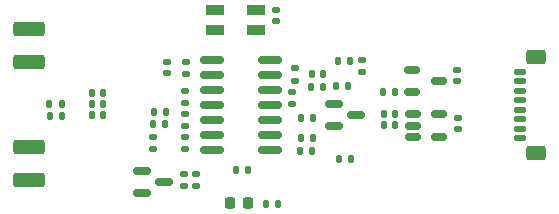
<source format=gbr>
%TF.GenerationSoftware,KiCad,Pcbnew,7.0.10+1*%
%TF.CreationDate,2024-03-12T10:53:23+01:00*%
%TF.ProjectId,IR-sensor,49522d73-656e-4736-9f72-2e6b69636164,rev?*%
%TF.SameCoordinates,Original*%
%TF.FileFunction,Paste,Top*%
%TF.FilePolarity,Positive*%
%FSLAX46Y46*%
G04 Gerber Fmt 4.6, Leading zero omitted, Abs format (unit mm)*
G04 Created by KiCad (PCBNEW 7.0.10+1) date 2024-03-12 10:53:23*
%MOMM*%
%LPD*%
G01*
G04 APERTURE LIST*
G04 Aperture macros list*
%AMRoundRect*
0 Rectangle with rounded corners*
0 $1 Rounding radius*
0 $2 $3 $4 $5 $6 $7 $8 $9 X,Y pos of 4 corners*
0 Add a 4 corners polygon primitive as box body*
4,1,4,$2,$3,$4,$5,$6,$7,$8,$9,$2,$3,0*
0 Add four circle primitives for the rounded corners*
1,1,$1+$1,$2,$3*
1,1,$1+$1,$4,$5*
1,1,$1+$1,$6,$7*
1,1,$1+$1,$8,$9*
0 Add four rect primitives between the rounded corners*
20,1,$1+$1,$2,$3,$4,$5,0*
20,1,$1+$1,$4,$5,$6,$7,0*
20,1,$1+$1,$6,$7,$8,$9,0*
20,1,$1+$1,$8,$9,$2,$3,0*%
G04 Aperture macros list end*
%ADD10RoundRect,0.218750X-0.218750X-0.256250X0.218750X-0.256250X0.218750X0.256250X-0.218750X0.256250X0*%
%ADD11RoundRect,0.125000X-0.425000X0.125000X-0.425000X-0.125000X0.425000X-0.125000X0.425000X0.125000X0*%
%ADD12RoundRect,0.250000X-0.600000X0.350000X-0.600000X-0.350000X0.600000X-0.350000X0.600000X0.350000X0*%
%ADD13R,1.600000X0.850000*%
%ADD14RoundRect,0.135000X-0.185000X0.135000X-0.185000X-0.135000X0.185000X-0.135000X0.185000X0.135000X0*%
%ADD15RoundRect,0.140000X0.140000X0.170000X-0.140000X0.170000X-0.140000X-0.170000X0.140000X-0.170000X0*%
%ADD16RoundRect,0.140000X-0.170000X0.140000X-0.170000X-0.140000X0.170000X-0.140000X0.170000X0.140000X0*%
%ADD17RoundRect,0.135000X0.185000X-0.135000X0.185000X0.135000X-0.185000X0.135000X-0.185000X-0.135000X0*%
%ADD18RoundRect,0.135000X-0.135000X-0.185000X0.135000X-0.185000X0.135000X0.185000X-0.135000X0.185000X0*%
%ADD19RoundRect,0.150000X-0.825000X-0.150000X0.825000X-0.150000X0.825000X0.150000X-0.825000X0.150000X0*%
%ADD20RoundRect,0.150000X-0.512500X-0.150000X0.512500X-0.150000X0.512500X0.150000X-0.512500X0.150000X0*%
%ADD21RoundRect,0.150000X-0.587500X-0.150000X0.587500X-0.150000X0.587500X0.150000X-0.587500X0.150000X0*%
%ADD22RoundRect,0.135000X0.135000X0.185000X-0.135000X0.185000X-0.135000X-0.185000X0.135000X-0.185000X0*%
%ADD23RoundRect,0.140000X-0.140000X-0.170000X0.140000X-0.170000X0.140000X0.170000X-0.140000X0.170000X0*%
%ADD24RoundRect,0.250000X1.075000X-0.375000X1.075000X0.375000X-1.075000X0.375000X-1.075000X-0.375000X0*%
%ADD25RoundRect,0.140000X0.170000X-0.140000X0.170000X0.140000X-0.170000X0.140000X-0.170000X-0.140000X0*%
G04 APERTURE END LIST*
D10*
%TO.C,D3*%
X74652500Y-68350000D03*
X76227500Y-68350000D03*
%TD*%
D11*
%TO.C,J1*%
X99225000Y-57225000D03*
X99225000Y-58025000D03*
X99225000Y-58825000D03*
X99225000Y-59625000D03*
X99225000Y-60425000D03*
X99225000Y-61225000D03*
X99225000Y-62025000D03*
X99225000Y-62825000D03*
D12*
X100625000Y-55925000D03*
X100625000Y-64125000D03*
%TD*%
D13*
%TO.C,D4*%
X73430000Y-51960000D03*
X73430000Y-53710000D03*
X76930000Y-53710000D03*
X76930000Y-51960000D03*
%TD*%
D14*
%TO.C,R3*%
X70875000Y-60815000D03*
X70875000Y-61835000D03*
%TD*%
D15*
%TO.C,C7*%
X63955000Y-59945000D03*
X62995000Y-59945000D03*
%TD*%
D16*
%TO.C,C5*%
X93925000Y-57045000D03*
X93925000Y-58005000D03*
%TD*%
D17*
%TO.C,R12*%
X71835000Y-66905000D03*
X71835000Y-65885000D03*
%TD*%
D18*
%TO.C,R9*%
X59420000Y-60940000D03*
X60440000Y-60940000D03*
%TD*%
D19*
%TO.C,U1*%
X73150000Y-56190000D03*
X73150000Y-57460000D03*
X73150000Y-58730000D03*
X73150000Y-60000000D03*
X73150000Y-61270000D03*
X73150000Y-62540000D03*
X73150000Y-63810000D03*
X78100000Y-63810000D03*
X78100000Y-62540000D03*
X78100000Y-61270000D03*
X78100000Y-60000000D03*
X78100000Y-58730000D03*
X78100000Y-57460000D03*
X78100000Y-56190000D03*
%TD*%
D20*
%TO.C,U2*%
X90127500Y-57045000D03*
X90127500Y-58945000D03*
X92402500Y-57995000D03*
%TD*%
D21*
%TO.C,Q1*%
X67252500Y-65620000D03*
X67252500Y-67520000D03*
X69127500Y-66570000D03*
%TD*%
D18*
%TO.C,R13*%
X77715000Y-68435000D03*
X78735000Y-68435000D03*
%TD*%
D17*
%TO.C,R1*%
X70945000Y-57385000D03*
X70945000Y-56365000D03*
%TD*%
D22*
%TO.C,R18*%
X84880000Y-56295000D03*
X83860000Y-56295000D03*
%TD*%
D23*
%TO.C,C18*%
X87705000Y-60785000D03*
X88665000Y-60785000D03*
%TD*%
D22*
%TO.C,R7*%
X84650000Y-58460000D03*
X83630000Y-58460000D03*
%TD*%
D18*
%TO.C,R11*%
X59405000Y-59945000D03*
X60425000Y-59945000D03*
%TD*%
D21*
%TO.C,Q2*%
X83457500Y-59925000D03*
X83457500Y-61825000D03*
X85332500Y-60875000D03*
%TD*%
D15*
%TO.C,C13*%
X82585000Y-57385000D03*
X81625000Y-57385000D03*
%TD*%
D24*
%TO.C,D1*%
X57670000Y-66400000D03*
X57670000Y-63600000D03*
%TD*%
D17*
%TO.C,R8*%
X70825000Y-66915000D03*
X70825000Y-65895000D03*
%TD*%
%TO.C,R16*%
X80225000Y-57955000D03*
X80225000Y-56935000D03*
%TD*%
D18*
%TO.C,R14*%
X68221000Y-60627000D03*
X69241000Y-60627000D03*
%TD*%
D22*
%TO.C,R6*%
X84970000Y-64635000D03*
X83950000Y-64635000D03*
%TD*%
D23*
%TO.C,C9*%
X80715000Y-61105000D03*
X81675000Y-61105000D03*
%TD*%
D18*
%TO.C,R4*%
X80615000Y-63965000D03*
X81635000Y-63965000D03*
%TD*%
D23*
%TO.C,C8*%
X75235000Y-65515000D03*
X76195000Y-65515000D03*
%TD*%
D24*
%TO.C,D2*%
X57700000Y-56400000D03*
X57700000Y-53600000D03*
%TD*%
D16*
%TO.C,C3*%
X78585000Y-51975000D03*
X78585000Y-52935000D03*
%TD*%
D22*
%TO.C,R17*%
X82605000Y-58485000D03*
X81585000Y-58485000D03*
%TD*%
D23*
%TO.C,C16*%
X87705000Y-61725000D03*
X88665000Y-61725000D03*
%TD*%
D25*
%TO.C,C1*%
X69385000Y-57345000D03*
X69385000Y-56385000D03*
%TD*%
D16*
%TO.C,C2*%
X70865000Y-58865000D03*
X70865000Y-59825000D03*
%TD*%
D18*
%TO.C,R15*%
X68165000Y-61675000D03*
X69185000Y-61675000D03*
%TD*%
D14*
%TO.C,R2*%
X70865000Y-62715000D03*
X70865000Y-63735000D03*
%TD*%
D23*
%TO.C,C12*%
X87685000Y-58955000D03*
X88645000Y-58955000D03*
%TD*%
D16*
%TO.C,C11*%
X85855000Y-56240000D03*
X85855000Y-57200000D03*
%TD*%
D15*
%TO.C,C4*%
X63955000Y-60895000D03*
X62995000Y-60895000D03*
%TD*%
D16*
%TO.C,C6*%
X68140000Y-62780000D03*
X68140000Y-63740000D03*
%TD*%
D18*
%TO.C,R5*%
X80675000Y-62795000D03*
X81695000Y-62795000D03*
%TD*%
D15*
%TO.C,C14*%
X63945000Y-58985000D03*
X62985000Y-58985000D03*
%TD*%
D16*
%TO.C,C10*%
X79925000Y-58965000D03*
X79925000Y-59925000D03*
%TD*%
D20*
%TO.C,U4*%
X90147500Y-60815000D03*
X90147500Y-61765000D03*
X90147500Y-62715000D03*
X92422500Y-62715000D03*
X92422500Y-60815000D03*
%TD*%
D25*
%TO.C,C17*%
X93955000Y-62085000D03*
X93955000Y-61125000D03*
%TD*%
M02*

</source>
